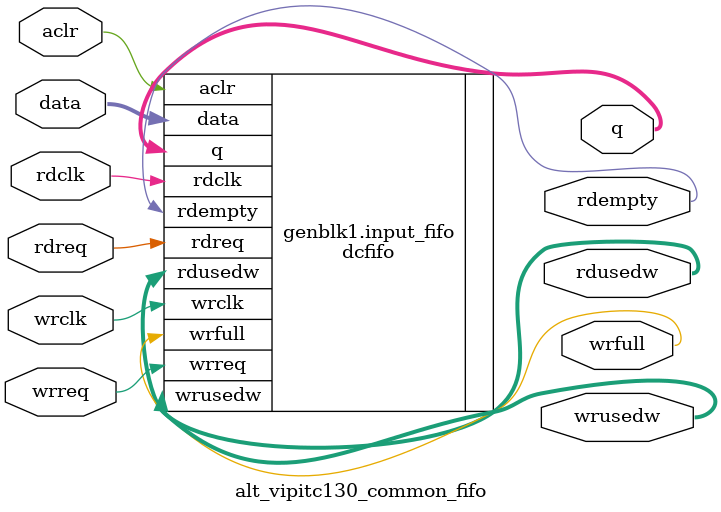
<source format=v>
module alt_vipitc130_common_fifo(
    wrclk,
    rdreq,
    aclr,
    rdclk,
    wrreq,
    data,
    rdusedw,
    rdempty,
    wrusedw,
    wrfull,
    q);

function integer alt_clogb2;
  input [31:0] value;
  integer i;
  begin
    alt_clogb2 = 32;
    for (i=31; i>0; i=i-1) begin
      if (2**i>=value)
        alt_clogb2 = i;
    end
  end
endfunction

parameter DATA_WIDTH = 20;
parameter FIFO_DEPTH = 1920;
parameter CLOCKS_ARE_SAME = 0;

parameter DATA_WIDTHU = alt_clogb2(FIFO_DEPTH);    

input wrclk;
input rdreq;
input aclr;
input rdclk;
input wrreq;
input [DATA_WIDTH-1:0] data;
output [DATA_WIDTHU-1:0] rdusedw;
output rdempty;
output [DATA_WIDTHU-1:0] wrusedw;
output wrfull;
output [DATA_WIDTH-1:0] q;

generate
    if(CLOCKS_ARE_SAME) begin
        assign rdusedw = wrusedw;
        
        scfifo input_fifo(
		    .rdreq(rdreq),
            .aclr(aclr),
			.clock(wrclk),
			.wrreq(wrreq),
			.data(data),
			.empty(rdempty),
			.full(wrfull),
            .usedw(wrusedw),
            .q(q));

        defparam
		    input_fifo.add_ram_output_register = "OFF",
            input_fifo.lpm_hint = "MAXIMIZE_SPEED=7,",      
            input_fifo.lpm_numwords = FIFO_DEPTH,
            input_fifo.lpm_showahead = "OFF",
            input_fifo.lpm_type = "scfifo",
            input_fifo.lpm_width = DATA_WIDTH,
            input_fifo.lpm_widthu = DATA_WIDTHU,
            input_fifo.overflow_checking = "OFF",
            input_fifo.underflow_checking = "OFF",
            input_fifo.use_eab = "ON";
    end else begin
        dcfifo input_fifo(
            .wrclk(wrclk),
            .rdreq(rdreq),
            .aclr(aclr),
            .rdclk(rdclk),
            .wrreq(wrreq),
            .data(data),
            .rdusedw(rdusedw),
            .rdempty(rdempty),
            .wrfull(wrfull),
            .wrusedw(wrusedw),
            .q(q));

        defparam
            input_fifo.lpm_hint = "MAXIMIZE_SPEED=7,",
            input_fifo.lpm_numwords = FIFO_DEPTH,
            input_fifo.lpm_showahead = "OFF",
            input_fifo.lpm_type = "dcfifo",
            input_fifo.lpm_width = DATA_WIDTH,
            input_fifo.lpm_widthu = DATA_WIDTHU,
            input_fifo.overflow_checking = "OFF",
            input_fifo.rdsync_delaypipe = 5,
            input_fifo.underflow_checking = "OFF",
            input_fifo.use_eab = "ON",
            input_fifo.wrsync_delaypipe = 5,
            input_fifo.read_aclr_synch = "ON";
    end
endgenerate

endmodule

</source>
